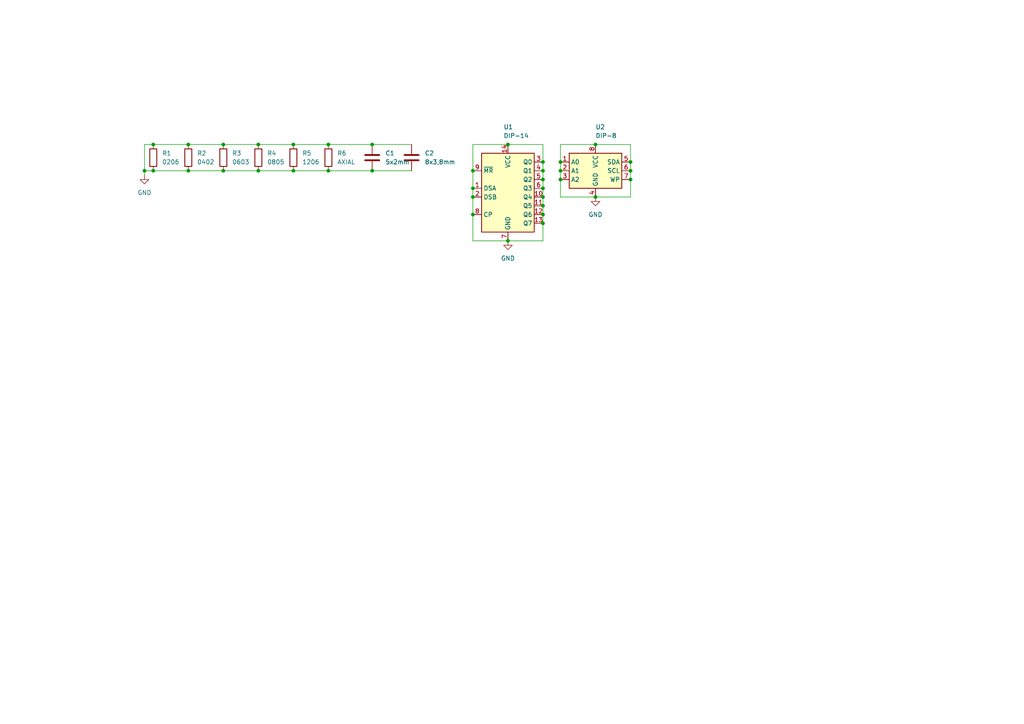
<source format=kicad_sch>
(kicad_sch (version 20211123) (generator eeschema)

  (uuid d0665533-cca1-4812-9654-d9d127753a9d)

  (paper "A4")

  (lib_symbols
    (symbol "74xx:74HC164" (in_bom yes) (on_board yes)
      (property "Reference" "U" (id 0) (at 1.905 -13.97 0)
        (effects (font (size 1.27 1.27)) (justify left))
      )
      (property "Value" "74HC164" (id 1) (at 1.905 -16.51 0)
        (effects (font (size 1.27 1.27)) (justify left))
      )
      (property "Footprint" "" (id 2) (at 22.86 -7.62 0)
        (effects (font (size 1.27 1.27)) hide)
      )
      (property "Datasheet" "https://assets.nexperia.com/documents/data-sheet/74HC_HCT164.pdf" (id 3) (at 22.86 -7.62 0)
        (effects (font (size 1.27 1.27)) hide)
      )
      (property "ki_keywords" "8-bit shift register" (id 4) (at 0 0 0)
        (effects (font (size 1.27 1.27)) hide)
      )
      (property "ki_description" "8-bit serial-in parallel-out shift register" (id 5) (at 0 0 0)
        (effects (font (size 1.27 1.27)) hide)
      )
      (property "ki_fp_filters" "SOIC*3.9x8.7*P1.27mm* ?SSOP*P0.65mm* DIP*W7.62mm*" (id 6) (at 0 0 0)
        (effects (font (size 1.27 1.27)) hide)
      )
      (symbol "74HC164_0_1"
        (rectangle (start 7.62 10.16) (end -7.62 -12.7)
          (stroke (width 0.254) (type default) (color 0 0 0 0))
          (fill (type background))
        )
      )
      (symbol "74HC164_1_1"
        (pin input line (at -10.16 0 0) (length 2.54)
          (name "DSA" (effects (font (size 1.27 1.27))))
          (number "1" (effects (font (size 1.27 1.27))))
        )
        (pin output line (at 10.16 -2.54 180) (length 2.54)
          (name "Q4" (effects (font (size 1.27 1.27))))
          (number "10" (effects (font (size 1.27 1.27))))
        )
        (pin output line (at 10.16 -5.08 180) (length 2.54)
          (name "Q5" (effects (font (size 1.27 1.27))))
          (number "11" (effects (font (size 1.27 1.27))))
        )
        (pin output line (at 10.16 -7.62 180) (length 2.54)
          (name "Q6" (effects (font (size 1.27 1.27))))
          (number "12" (effects (font (size 1.27 1.27))))
        )
        (pin output line (at 10.16 -10.16 180) (length 2.54)
          (name "Q7" (effects (font (size 1.27 1.27))))
          (number "13" (effects (font (size 1.27 1.27))))
        )
        (pin power_in line (at 0 12.7 270) (length 2.54)
          (name "VCC" (effects (font (size 1.27 1.27))))
          (number "14" (effects (font (size 1.27 1.27))))
        )
        (pin input line (at -10.16 -2.54 0) (length 2.54)
          (name "DSB" (effects (font (size 1.27 1.27))))
          (number "2" (effects (font (size 1.27 1.27))))
        )
        (pin output line (at 10.16 7.62 180) (length 2.54)
          (name "Q0" (effects (font (size 1.27 1.27))))
          (number "3" (effects (font (size 1.27 1.27))))
        )
        (pin output line (at 10.16 5.08 180) (length 2.54)
          (name "Q1" (effects (font (size 1.27 1.27))))
          (number "4" (effects (font (size 1.27 1.27))))
        )
        (pin output line (at 10.16 2.54 180) (length 2.54)
          (name "Q2" (effects (font (size 1.27 1.27))))
          (number "5" (effects (font (size 1.27 1.27))))
        )
        (pin output line (at 10.16 0 180) (length 2.54)
          (name "Q3" (effects (font (size 1.27 1.27))))
          (number "6" (effects (font (size 1.27 1.27))))
        )
        (pin power_in line (at 0 -15.24 90) (length 2.54)
          (name "GND" (effects (font (size 1.27 1.27))))
          (number "7" (effects (font (size 1.27 1.27))))
        )
        (pin input line (at -10.16 -7.62 0) (length 2.54)
          (name "CP" (effects (font (size 1.27 1.27))))
          (number "8" (effects (font (size 1.27 1.27))))
        )
        (pin input line (at -10.16 5.08 0) (length 2.54)
          (name "~{MR}" (effects (font (size 1.27 1.27))))
          (number "9" (effects (font (size 1.27 1.27))))
        )
      )
    )
    (symbol "Device:C" (pin_numbers hide) (pin_names (offset 0.254)) (in_bom yes) (on_board yes)
      (property "Reference" "C" (id 0) (at 0.635 2.54 0)
        (effects (font (size 1.27 1.27)) (justify left))
      )
      (property "Value" "C" (id 1) (at 0.635 -2.54 0)
        (effects (font (size 1.27 1.27)) (justify left))
      )
      (property "Footprint" "" (id 2) (at 0.9652 -3.81 0)
        (effects (font (size 1.27 1.27)) hide)
      )
      (property "Datasheet" "~" (id 3) (at 0 0 0)
        (effects (font (size 1.27 1.27)) hide)
      )
      (property "ki_keywords" "cap capacitor" (id 4) (at 0 0 0)
        (effects (font (size 1.27 1.27)) hide)
      )
      (property "ki_description" "Unpolarized capacitor" (id 5) (at 0 0 0)
        (effects (font (size 1.27 1.27)) hide)
      )
      (property "ki_fp_filters" "C_*" (id 6) (at 0 0 0)
        (effects (font (size 1.27 1.27)) hide)
      )
      (symbol "C_0_1"
        (polyline
          (pts
            (xy -2.032 -0.762)
            (xy 2.032 -0.762)
          )
          (stroke (width 0.508) (type default) (color 0 0 0 0))
          (fill (type none))
        )
        (polyline
          (pts
            (xy -2.032 0.762)
            (xy 2.032 0.762)
          )
          (stroke (width 0.508) (type default) (color 0 0 0 0))
          (fill (type none))
        )
      )
      (symbol "C_1_1"
        (pin passive line (at 0 3.81 270) (length 2.794)
          (name "~" (effects (font (size 1.27 1.27))))
          (number "1" (effects (font (size 1.27 1.27))))
        )
        (pin passive line (at 0 -3.81 90) (length 2.794)
          (name "~" (effects (font (size 1.27 1.27))))
          (number "2" (effects (font (size 1.27 1.27))))
        )
      )
    )
    (symbol "Device:R" (pin_numbers hide) (pin_names (offset 0)) (in_bom yes) (on_board yes)
      (property "Reference" "R" (id 0) (at 2.032 0 90)
        (effects (font (size 1.27 1.27)))
      )
      (property "Value" "R" (id 1) (at 0 0 90)
        (effects (font (size 1.27 1.27)))
      )
      (property "Footprint" "" (id 2) (at -1.778 0 90)
        (effects (font (size 1.27 1.27)) hide)
      )
      (property "Datasheet" "~" (id 3) (at 0 0 0)
        (effects (font (size 1.27 1.27)) hide)
      )
      (property "ki_keywords" "R res resistor" (id 4) (at 0 0 0)
        (effects (font (size 1.27 1.27)) hide)
      )
      (property "ki_description" "Resistor" (id 5) (at 0 0 0)
        (effects (font (size 1.27 1.27)) hide)
      )
      (property "ki_fp_filters" "R_*" (id 6) (at 0 0 0)
        (effects (font (size 1.27 1.27)) hide)
      )
      (symbol "R_0_1"
        (rectangle (start -1.016 -2.54) (end 1.016 2.54)
          (stroke (width 0.254) (type default) (color 0 0 0 0))
          (fill (type none))
        )
      )
      (symbol "R_1_1"
        (pin passive line (at 0 3.81 270) (length 1.27)
          (name "~" (effects (font (size 1.27 1.27))))
          (number "1" (effects (font (size 1.27 1.27))))
        )
        (pin passive line (at 0 -3.81 90) (length 1.27)
          (name "~" (effects (font (size 1.27 1.27))))
          (number "2" (effects (font (size 1.27 1.27))))
        )
      )
    )
    (symbol "Memory_EEPROM:24LC08" (in_bom yes) (on_board yes)
      (property "Reference" "U" (id 0) (at -6.35 6.35 0)
        (effects (font (size 1.27 1.27)))
      )
      (property "Value" "24LC08" (id 1) (at 1.27 6.35 0)
        (effects (font (size 1.27 1.27)) (justify left))
      )
      (property "Footprint" "" (id 2) (at 0 0 0)
        (effects (font (size 1.27 1.27)) hide)
      )
      (property "Datasheet" "http://ww1.microchip.com/downloads/en/DeviceDoc/21710J.pdf" (id 3) (at 0 0 0)
        (effects (font (size 1.27 1.27)) hide)
      )
      (property "ki_keywords" "I2C Serial EEPROM" (id 4) (at 0 0 0)
        (effects (font (size 1.27 1.27)) hide)
      )
      (property "ki_description" "I2C Serial EEPROM, 8Kb, DIP-8/SOIC-8/TSSOP-8/DFN-8" (id 5) (at 0 0 0)
        (effects (font (size 1.27 1.27)) hide)
      )
      (property "ki_fp_filters" "DIP*W7.62mm* SOIC*3.9x4.9mm* TSSOP*4.4x3mm*P0.65mm* DFN*3x2mm*P0.5mm*" (id 6) (at 0 0 0)
        (effects (font (size 1.27 1.27)) hide)
      )
      (symbol "24LC08_1_1"
        (rectangle (start -7.62 5.08) (end 7.62 -5.08)
          (stroke (width 0.254) (type default) (color 0 0 0 0))
          (fill (type background))
        )
        (pin input line (at -10.16 2.54 0) (length 2.54)
          (name "A0" (effects (font (size 1.27 1.27))))
          (number "1" (effects (font (size 1.27 1.27))))
        )
        (pin input line (at -10.16 0 0) (length 2.54)
          (name "A1" (effects (font (size 1.27 1.27))))
          (number "2" (effects (font (size 1.27 1.27))))
        )
        (pin input line (at -10.16 -2.54 0) (length 2.54)
          (name "A2" (effects (font (size 1.27 1.27))))
          (number "3" (effects (font (size 1.27 1.27))))
        )
        (pin power_in line (at 0 -7.62 90) (length 2.54)
          (name "GND" (effects (font (size 1.27 1.27))))
          (number "4" (effects (font (size 1.27 1.27))))
        )
        (pin bidirectional line (at 10.16 2.54 180) (length 2.54)
          (name "SDA" (effects (font (size 1.27 1.27))))
          (number "5" (effects (font (size 1.27 1.27))))
        )
        (pin input line (at 10.16 0 180) (length 2.54)
          (name "SCL" (effects (font (size 1.27 1.27))))
          (number "6" (effects (font (size 1.27 1.27))))
        )
        (pin input line (at 10.16 -2.54 180) (length 2.54)
          (name "WP" (effects (font (size 1.27 1.27))))
          (number "7" (effects (font (size 1.27 1.27))))
        )
        (pin power_in line (at 0 7.62 270) (length 2.54)
          (name "VCC" (effects (font (size 1.27 1.27))))
          (number "8" (effects (font (size 1.27 1.27))))
        )
      )
    )
    (symbol "power:GND" (power) (pin_names (offset 0)) (in_bom yes) (on_board yes)
      (property "Reference" "#PWR" (id 0) (at 0 -6.35 0)
        (effects (font (size 1.27 1.27)) hide)
      )
      (property "Value" "GND" (id 1) (at 0 -3.81 0)
        (effects (font (size 1.27 1.27)))
      )
      (property "Footprint" "" (id 2) (at 0 0 0)
        (effects (font (size 1.27 1.27)) hide)
      )
      (property "Datasheet" "" (id 3) (at 0 0 0)
        (effects (font (size 1.27 1.27)) hide)
      )
      (property "ki_keywords" "power-flag" (id 4) (at 0 0 0)
        (effects (font (size 1.27 1.27)) hide)
      )
      (property "ki_description" "Power symbol creates a global label with name \"GND\" , ground" (id 5) (at 0 0 0)
        (effects (font (size 1.27 1.27)) hide)
      )
      (symbol "GND_0_1"
        (polyline
          (pts
            (xy 0 0)
            (xy 0 -1.27)
            (xy 1.27 -1.27)
            (xy 0 -2.54)
            (xy -1.27 -1.27)
            (xy 0 -1.27)
          )
          (stroke (width 0) (type default) (color 0 0 0 0))
          (fill (type none))
        )
      )
      (symbol "GND_1_1"
        (pin power_in line (at 0 0 270) (length 0) hide
          (name "GND" (effects (font (size 1.27 1.27))))
          (number "1" (effects (font (size 1.27 1.27))))
        )
      )
    )
  )


  (junction (at 44.45 41.91) (diameter 0) (color 0 0 0 0)
    (uuid 0180c63c-df37-40cf-9422-2a3e67d28c6f)
  )
  (junction (at 137.16 57.15) (diameter 0) (color 0 0 0 0)
    (uuid 0babd62e-14c4-44ea-8a91-cb841ccd47ef)
  )
  (junction (at 157.48 52.07) (diameter 0) (color 0 0 0 0)
    (uuid 1fb0d3fa-9759-48b7-8c7b-3cc8861216c4)
  )
  (junction (at 172.72 41.91) (diameter 0) (color 0 0 0 0)
    (uuid 23785825-70e5-4734-b419-e8510a859a21)
  )
  (junction (at 157.48 57.15) (diameter 0) (color 0 0 0 0)
    (uuid 2ab71992-9a59-4f6e-926c-74e77bc704a5)
  )
  (junction (at 137.16 49.53) (diameter 0) (color 0 0 0 0)
    (uuid 2c9e1407-314f-488e-92c6-ed74dcf7363f)
  )
  (junction (at 162.56 46.99) (diameter 0) (color 0 0 0 0)
    (uuid 2d3c32cd-6fa2-4694-96dd-789c80852b69)
  )
  (junction (at 157.48 54.61) (diameter 0) (color 0 0 0 0)
    (uuid 33266179-05d8-4078-b633-1a23b3a4a012)
  )
  (junction (at 44.45 49.53) (diameter 0) (color 0 0 0 0)
    (uuid 34a424d4-c94b-4298-b787-81921236a17f)
  )
  (junction (at 41.91 49.53) (diameter 0) (color 0 0 0 0)
    (uuid 3db48930-cf88-49c8-a339-a837daf3ee95)
  )
  (junction (at 54.61 41.91) (diameter 0) (color 0 0 0 0)
    (uuid 3e510d37-6a7e-4a6f-9a0d-8cc18ffe2a6f)
  )
  (junction (at 137.16 62.23) (diameter 0) (color 0 0 0 0)
    (uuid 3ff26e3a-9679-41f1-89b2-907a0c60468c)
  )
  (junction (at 85.09 41.91) (diameter 0) (color 0 0 0 0)
    (uuid 40921632-aa41-4a41-93de-499b7dadec6c)
  )
  (junction (at 157.48 49.53) (diameter 0) (color 0 0 0 0)
    (uuid 4bd21acc-55f2-4248-85d3-5d8f854f7d9a)
  )
  (junction (at 54.61 49.53) (diameter 0) (color 0 0 0 0)
    (uuid 54240aba-67c4-410e-abd8-601b68c1b45e)
  )
  (junction (at 172.72 57.15) (diameter 0) (color 0 0 0 0)
    (uuid 61bf8b29-ace7-487f-a890-1f778fc59f74)
  )
  (junction (at 182.88 52.07) (diameter 0) (color 0 0 0 0)
    (uuid 70a544bd-e822-4523-9617-0e6d4d770332)
  )
  (junction (at 74.93 49.53) (diameter 0) (color 0 0 0 0)
    (uuid 7315ba94-ce01-4648-a18b-20193519c659)
  )
  (junction (at 157.48 64.77) (diameter 0) (color 0 0 0 0)
    (uuid 837c4711-186e-4581-8555-4b653214b252)
  )
  (junction (at 147.32 41.91) (diameter 0) (color 0 0 0 0)
    (uuid 8852e4b1-a535-459c-ab7f-d0eaec1b44cc)
  )
  (junction (at 157.48 46.99) (diameter 0) (color 0 0 0 0)
    (uuid 902aff6b-4c14-40e4-8457-8d5eb77649e1)
  )
  (junction (at 162.56 49.53) (diameter 0) (color 0 0 0 0)
    (uuid 9499d3fa-d20a-4831-9ef4-ce95f4b38960)
  )
  (junction (at 85.09 49.53) (diameter 0) (color 0 0 0 0)
    (uuid 9a598f45-2ce9-4f07-886f-207a243cda3e)
  )
  (junction (at 137.16 54.61) (diameter 0) (color 0 0 0 0)
    (uuid a05a50c8-5b93-4655-9759-2b64b9b40732)
  )
  (junction (at 64.77 49.53) (diameter 0) (color 0 0 0 0)
    (uuid a28bc159-d146-4a99-91e7-1a6a10a4d0bd)
  )
  (junction (at 107.95 41.91) (diameter 0) (color 0 0 0 0)
    (uuid a3e54374-347d-4fa7-9908-b689a049820a)
  )
  (junction (at 182.88 46.99) (diameter 0) (color 0 0 0 0)
    (uuid aa10e1b9-6281-41ea-b151-445e457ca601)
  )
  (junction (at 162.56 52.07) (diameter 0) (color 0 0 0 0)
    (uuid bb98a297-19ab-4e47-a899-31436bce03d2)
  )
  (junction (at 182.88 49.53) (diameter 0) (color 0 0 0 0)
    (uuid c27c4b1c-648e-4a0e-8c80-e76c714d6540)
  )
  (junction (at 157.48 59.69) (diameter 0) (color 0 0 0 0)
    (uuid c50f66c3-8fa6-4788-bdd5-f51d9c9224bb)
  )
  (junction (at 95.25 41.91) (diameter 0) (color 0 0 0 0)
    (uuid d03876ec-7c16-4cca-b56e-e12d5bfe1b6c)
  )
  (junction (at 157.48 62.23) (diameter 0) (color 0 0 0 0)
    (uuid d31bce69-b777-4174-a957-7493bcc22971)
  )
  (junction (at 95.25 49.53) (diameter 0) (color 0 0 0 0)
    (uuid d84520e1-776f-406a-99b7-b0ade7d5e296)
  )
  (junction (at 107.95 49.53) (diameter 0) (color 0 0 0 0)
    (uuid e92911ed-f186-4766-a886-ac6c703a5334)
  )
  (junction (at 64.77 41.91) (diameter 0) (color 0 0 0 0)
    (uuid ed0bffa4-5c28-436f-afee-86e77ea3f241)
  )
  (junction (at 147.32 69.85) (diameter 0) (color 0 0 0 0)
    (uuid f80ae8c5-768d-43ae-9535-f09221c96561)
  )
  (junction (at 74.93 41.91) (diameter 0) (color 0 0 0 0)
    (uuid fb822881-0421-4acb-98cd-945512b0cdaf)
  )

  (wire (pts (xy 85.09 41.91) (xy 95.25 41.91))
    (stroke (width 0) (type default) (color 0 0 0 0))
    (uuid 0e214ac1-8160-4cf8-b955-5a2f05d92976)
  )
  (wire (pts (xy 95.25 41.91) (xy 107.95 41.91))
    (stroke (width 0) (type default) (color 0 0 0 0))
    (uuid 111bac26-ef6a-41ca-8629-35079575455c)
  )
  (wire (pts (xy 172.72 57.15) (xy 182.88 57.15))
    (stroke (width 0) (type default) (color 0 0 0 0))
    (uuid 1c07f3ad-bffb-4de9-a27c-0187caa70247)
  )
  (wire (pts (xy 74.93 49.53) (xy 85.09 49.53))
    (stroke (width 0) (type default) (color 0 0 0 0))
    (uuid 310004bb-8f8d-4025-84b1-6d3c5c876c5c)
  )
  (wire (pts (xy 157.48 49.53) (xy 157.48 52.07))
    (stroke (width 0) (type default) (color 0 0 0 0))
    (uuid 32def4e4-2ce9-49f1-9de3-75a6602e1be4)
  )
  (wire (pts (xy 54.61 41.91) (xy 64.77 41.91))
    (stroke (width 0) (type default) (color 0 0 0 0))
    (uuid 32f91d63-91f4-429c-aa45-83ffd6a29161)
  )
  (wire (pts (xy 182.88 52.07) (xy 182.88 49.53))
    (stroke (width 0) (type default) (color 0 0 0 0))
    (uuid 35d9d46a-4109-40b2-b915-9d8da19ace4f)
  )
  (wire (pts (xy 157.48 64.77) (xy 157.48 69.85))
    (stroke (width 0) (type default) (color 0 0 0 0))
    (uuid 36d93feb-3f5b-4cf4-88a8-abab4c6654b3)
  )
  (wire (pts (xy 182.88 41.91) (xy 172.72 41.91))
    (stroke (width 0) (type default) (color 0 0 0 0))
    (uuid 3b565176-d857-4c77-9dcd-cb88cdf5d85c)
  )
  (wire (pts (xy 107.95 41.91) (xy 119.38 41.91))
    (stroke (width 0) (type default) (color 0 0 0 0))
    (uuid 3d5c375d-8e0a-4fec-96ae-9e34e3673a1d)
  )
  (wire (pts (xy 157.48 69.85) (xy 147.32 69.85))
    (stroke (width 0) (type default) (color 0 0 0 0))
    (uuid 3eec5c13-58ca-45c7-9275-7491528f93b6)
  )
  (wire (pts (xy 137.16 54.61) (xy 137.16 57.15))
    (stroke (width 0) (type default) (color 0 0 0 0))
    (uuid 45fa3595-3010-40b7-9cd8-5c0aa7d3540e)
  )
  (wire (pts (xy 137.16 57.15) (xy 137.16 62.23))
    (stroke (width 0) (type default) (color 0 0 0 0))
    (uuid 467fd517-5f69-4921-8824-7fe2771aae23)
  )
  (wire (pts (xy 162.56 46.99) (xy 162.56 49.53))
    (stroke (width 0) (type default) (color 0 0 0 0))
    (uuid 47b637cb-e0a5-4122-ae5f-7b0491408977)
  )
  (wire (pts (xy 182.88 49.53) (xy 182.88 46.99))
    (stroke (width 0) (type default) (color 0 0 0 0))
    (uuid 5034de53-b144-4f80-98ce-87c2318dd2e3)
  )
  (wire (pts (xy 182.88 57.15) (xy 182.88 52.07))
    (stroke (width 0) (type default) (color 0 0 0 0))
    (uuid 612e18fd-3d04-488f-83a4-1f9d9b222a0c)
  )
  (wire (pts (xy 182.88 46.99) (xy 182.88 41.91))
    (stroke (width 0) (type default) (color 0 0 0 0))
    (uuid 66621b6a-eec5-44b3-86fa-7cf00fa2f371)
  )
  (wire (pts (xy 64.77 49.53) (xy 74.93 49.53))
    (stroke (width 0) (type default) (color 0 0 0 0))
    (uuid 6ba0981b-bea3-4437-9b82-c156705e1299)
  )
  (wire (pts (xy 147.32 41.91) (xy 137.16 41.91))
    (stroke (width 0) (type default) (color 0 0 0 0))
    (uuid 6d8c7348-089a-455f-871d-6e1b75ec2077)
  )
  (wire (pts (xy 54.61 49.53) (xy 64.77 49.53))
    (stroke (width 0) (type default) (color 0 0 0 0))
    (uuid 6ddba7fb-001a-491e-9118-49c991d341d3)
  )
  (wire (pts (xy 64.77 41.91) (xy 74.93 41.91))
    (stroke (width 0) (type default) (color 0 0 0 0))
    (uuid 7211b97b-4531-4e64-85e5-b9cc9bf1e83f)
  )
  (wire (pts (xy 137.16 41.91) (xy 137.16 49.53))
    (stroke (width 0) (type default) (color 0 0 0 0))
    (uuid 74e8cc9f-676f-40cf-969f-bb3a3f4a2442)
  )
  (wire (pts (xy 157.48 52.07) (xy 157.48 54.61))
    (stroke (width 0) (type default) (color 0 0 0 0))
    (uuid 7acf44c0-3b4c-4f2a-89e0-57646577cf3c)
  )
  (wire (pts (xy 137.16 49.53) (xy 137.16 54.61))
    (stroke (width 0) (type default) (color 0 0 0 0))
    (uuid 84e8a1a9-25be-40c6-b9ba-5e3f9884b04a)
  )
  (wire (pts (xy 147.32 69.85) (xy 137.16 69.85))
    (stroke (width 0) (type default) (color 0 0 0 0))
    (uuid 8bff27b0-21f4-403e-bdef-6f5a19dabeb9)
  )
  (wire (pts (xy 162.56 52.07) (xy 162.56 57.15))
    (stroke (width 0) (type default) (color 0 0 0 0))
    (uuid 8f68071e-c473-4d60-9927-b377c29de8b3)
  )
  (wire (pts (xy 44.45 41.91) (xy 54.61 41.91))
    (stroke (width 0) (type default) (color 0 0 0 0))
    (uuid 9b788851-b207-4076-94eb-4d53741c6f5f)
  )
  (wire (pts (xy 41.91 41.91) (xy 41.91 49.53))
    (stroke (width 0) (type default) (color 0 0 0 0))
    (uuid a653d9c0-85ae-4e41-a51d-65dc0515bf0b)
  )
  (wire (pts (xy 147.32 41.91) (xy 157.48 41.91))
    (stroke (width 0) (type default) (color 0 0 0 0))
    (uuid a789710f-cdc4-402a-aaa2-e961e309522b)
  )
  (wire (pts (xy 162.56 41.91) (xy 162.56 46.99))
    (stroke (width 0) (type default) (color 0 0 0 0))
    (uuid abcb1812-14a5-4612-be18-7c9b5edea068)
  )
  (wire (pts (xy 157.48 54.61) (xy 157.48 57.15))
    (stroke (width 0) (type default) (color 0 0 0 0))
    (uuid b7b2702c-e760-414f-9f2f-5ae0fd8713a0)
  )
  (wire (pts (xy 137.16 69.85) (xy 137.16 62.23))
    (stroke (width 0) (type default) (color 0 0 0 0))
    (uuid ba2e2e87-2254-45be-aad7-37f22ab3ba41)
  )
  (wire (pts (xy 157.48 59.69) (xy 157.48 62.23))
    (stroke (width 0) (type default) (color 0 0 0 0))
    (uuid bf0d1cd3-6a5c-484f-95b6-e52ec0e53c56)
  )
  (wire (pts (xy 44.45 49.53) (xy 54.61 49.53))
    (stroke (width 0) (type default) (color 0 0 0 0))
    (uuid ca72dd4d-56ab-4b57-a4d1-79b1d35bf0b8)
  )
  (wire (pts (xy 157.48 46.99) (xy 157.48 49.53))
    (stroke (width 0) (type default) (color 0 0 0 0))
    (uuid ca95a345-f6d7-4798-8b1e-da9f59944ab6)
  )
  (wire (pts (xy 162.56 49.53) (xy 162.56 52.07))
    (stroke (width 0) (type default) (color 0 0 0 0))
    (uuid d4f4c080-11e8-4000-9d1b-e5a2180c28d3)
  )
  (wire (pts (xy 162.56 57.15) (xy 172.72 57.15))
    (stroke (width 0) (type default) (color 0 0 0 0))
    (uuid d5632338-251d-47db-93b6-0911dccfe04e)
  )
  (wire (pts (xy 44.45 41.91) (xy 41.91 41.91))
    (stroke (width 0) (type default) (color 0 0 0 0))
    (uuid d69c9ab0-e63f-4200-ad6d-4342a0acce65)
  )
  (wire (pts (xy 107.95 49.53) (xy 119.38 49.53))
    (stroke (width 0) (type default) (color 0 0 0 0))
    (uuid d7a213d1-0f77-4360-bce5-79c8d0570c90)
  )
  (wire (pts (xy 41.91 49.53) (xy 41.91 50.8))
    (stroke (width 0) (type default) (color 0 0 0 0))
    (uuid da16ee36-761e-4b09-ac12-258fdf6542cf)
  )
  (wire (pts (xy 85.09 49.53) (xy 95.25 49.53))
    (stroke (width 0) (type default) (color 0 0 0 0))
    (uuid dbf7b653-1813-4770-9ff9-480a40d2a998)
  )
  (wire (pts (xy 157.48 57.15) (xy 157.48 59.69))
    (stroke (width 0) (type default) (color 0 0 0 0))
    (uuid dfcc275d-5307-4df2-a10a-87edbafe0cc9)
  )
  (wire (pts (xy 74.93 41.91) (xy 85.09 41.91))
    (stroke (width 0) (type default) (color 0 0 0 0))
    (uuid e0acd785-f3ba-42ff-8051-1cacbbd4ea98)
  )
  (wire (pts (xy 95.25 49.53) (xy 107.95 49.53))
    (stroke (width 0) (type default) (color 0 0 0 0))
    (uuid e16b13ef-43e7-4f7c-879b-e486e57ea493)
  )
  (wire (pts (xy 157.48 41.91) (xy 157.48 46.99))
    (stroke (width 0) (type default) (color 0 0 0 0))
    (uuid e449db45-caf9-43f8-ae60-5e3cbd99fb49)
  )
  (wire (pts (xy 157.48 62.23) (xy 157.48 64.77))
    (stroke (width 0) (type default) (color 0 0 0 0))
    (uuid e8bdafdf-44f3-441a-9c91-2f13b350f8b8)
  )
  (wire (pts (xy 41.91 49.53) (xy 44.45 49.53))
    (stroke (width 0) (type default) (color 0 0 0 0))
    (uuid eeb48736-53ea-4914-8eef-52cb4ca48be0)
  )
  (wire (pts (xy 172.72 41.91) (xy 162.56 41.91))
    (stroke (width 0) (type default) (color 0 0 0 0))
    (uuid fb85a566-e692-4550-8083-e91633caac47)
  )

  (symbol (lib_id "Device:R") (at 85.09 45.72 0) (unit 1)
    (in_bom yes) (on_board yes) (fields_autoplaced)
    (uuid 148d176f-694e-4f86-a773-7565442fe0e1)
    (property "Reference" "R5" (id 0) (at 87.63 44.4499 0)
      (effects (font (size 1.27 1.27)) (justify left))
    )
    (property "Value" "1206" (id 1) (at 87.63 46.9899 0)
      (effects (font (size 1.27 1.27)) (justify left))
    )
    (property "Footprint" "Resistor_SMD:R_1206_3216Metric" (id 2) (at 83.312 45.72 90)
      (effects (font (size 1.27 1.27)) hide)
    )
    (property "Datasheet" "~" (id 3) (at 85.09 45.72 0)
      (effects (font (size 1.27 1.27)) hide)
    )
    (pin "1" (uuid 3883e59b-0e3e-48cc-adba-7561f21876a9))
    (pin "2" (uuid 6600abfd-ce9d-4e39-bd57-72a9d5e5967a))
  )

  (symbol (lib_id "power:GND") (at 172.72 57.15 0) (unit 1)
    (in_bom yes) (on_board yes) (fields_autoplaced)
    (uuid 30f88a87-f136-4cb6-8e19-033c26c8f256)
    (property "Reference" "#PWR0103" (id 0) (at 172.72 63.5 0)
      (effects (font (size 1.27 1.27)) hide)
    )
    (property "Value" "GND" (id 1) (at 172.72 62.23 0))
    (property "Footprint" "" (id 2) (at 172.72 57.15 0)
      (effects (font (size 1.27 1.27)) hide)
    )
    (property "Datasheet" "" (id 3) (at 172.72 57.15 0)
      (effects (font (size 1.27 1.27)) hide)
    )
    (pin "1" (uuid 919637cf-3ce5-489e-aea4-31d9aca94cee))
  )

  (symbol (lib_id "74xx:74HC164") (at 147.32 54.61 0) (unit 1)
    (in_bom yes) (on_board yes)
    (uuid 5dd55ff3-c785-40a8-af99-6164e88516fd)
    (property "Reference" "U1" (id 0) (at 146.05 36.83 0)
      (effects (font (size 1.27 1.27)) (justify left))
    )
    (property "Value" "DIP-14" (id 1) (at 146.05 39.37 0)
      (effects (font (size 1.27 1.27)) (justify left))
    )
    (property "Footprint" "Package_DIP:DIP-14_W7.62mm_LongPads" (id 2) (at 170.18 62.23 0)
      (effects (font (size 1.27 1.27)) hide)
    )
    (property "Datasheet" "https://assets.nexperia.com/documents/data-sheet/74HC_HCT164.pdf" (id 3) (at 170.18 62.23 0)
      (effects (font (size 1.27 1.27)) hide)
    )
    (pin "1" (uuid 5923506d-34a7-4261-a695-28d34ae86f6c))
    (pin "10" (uuid 177708cb-f3c8-47f2-bac1-c0832a7d2a9a))
    (pin "11" (uuid 63643d38-d359-4031-a8a1-2f55a3370578))
    (pin "12" (uuid 0f18a6d7-a01c-4610-9b94-5c86160ec611))
    (pin "13" (uuid 04d93440-3d43-4e9f-aa61-91651e2c2982))
    (pin "14" (uuid 207c9921-299e-48c2-8092-3ad113cbd642))
    (pin "2" (uuid 13d8f82b-7599-46bc-b408-4d5fd2669a37))
    (pin "3" (uuid c9b3abad-b607-48a6-86e1-bd99543419e2))
    (pin "4" (uuid 4ce1dc81-b8b5-45e1-b3d7-ff0be2ea7de3))
    (pin "5" (uuid 3a353cea-b3cd-45d8-8fc8-53a0bcc555be))
    (pin "6" (uuid d3432ef8-218b-4e0b-8d12-166800cbacad))
    (pin "7" (uuid f61bf87c-d049-463f-92f6-a9bdbf188287))
    (pin "8" (uuid c5e9d1eb-837f-4458-b9c7-d0122cf4b67d))
    (pin "9" (uuid 60adb49c-190c-4544-8f6a-f892877f8321))
  )

  (symbol (lib_id "Device:R") (at 64.77 45.72 0) (unit 1)
    (in_bom yes) (on_board yes) (fields_autoplaced)
    (uuid 6f3af46d-ebed-4692-8e90-eb8ca3b2b31a)
    (property "Reference" "R3" (id 0) (at 67.31 44.4499 0)
      (effects (font (size 1.27 1.27)) (justify left))
    )
    (property "Value" "0603" (id 1) (at 67.31 46.9899 0)
      (effects (font (size 1.27 1.27)) (justify left))
    )
    (property "Footprint" "Resistor_SMD:R_0603_1608Metric" (id 2) (at 62.992 45.72 90)
      (effects (font (size 1.27 1.27)) hide)
    )
    (property "Datasheet" "~" (id 3) (at 64.77 45.72 0)
      (effects (font (size 1.27 1.27)) hide)
    )
    (pin "1" (uuid 0825418d-a53c-448d-814c-d4f05436cd9d))
    (pin "2" (uuid f6b66a6e-1970-4349-802c-b6bff4903011))
  )

  (symbol (lib_id "power:GND") (at 41.91 50.8 0) (unit 1)
    (in_bom yes) (on_board yes) (fields_autoplaced)
    (uuid 747890b4-9c88-4ec6-a748-12af11777681)
    (property "Reference" "#PWR0101" (id 0) (at 41.91 57.15 0)
      (effects (font (size 1.27 1.27)) hide)
    )
    (property "Value" "GND" (id 1) (at 41.91 55.88 0))
    (property "Footprint" "" (id 2) (at 41.91 50.8 0)
      (effects (font (size 1.27 1.27)) hide)
    )
    (property "Datasheet" "" (id 3) (at 41.91 50.8 0)
      (effects (font (size 1.27 1.27)) hide)
    )
    (pin "1" (uuid b48c33fa-abe4-4467-915c-21739b95b754))
  )

  (symbol (lib_id "power:GND") (at 147.32 69.85 0) (unit 1)
    (in_bom yes) (on_board yes) (fields_autoplaced)
    (uuid 8d96a4bf-8cd1-41bb-aeef-7da804d873fb)
    (property "Reference" "#PWR0102" (id 0) (at 147.32 76.2 0)
      (effects (font (size 1.27 1.27)) hide)
    )
    (property "Value" "GND" (id 1) (at 147.32 74.93 0))
    (property "Footprint" "" (id 2) (at 147.32 69.85 0)
      (effects (font (size 1.27 1.27)) hide)
    )
    (property "Datasheet" "" (id 3) (at 147.32 69.85 0)
      (effects (font (size 1.27 1.27)) hide)
    )
    (pin "1" (uuid 971aaf65-302b-4607-add4-0c59cfe7a131))
  )

  (symbol (lib_id "Memory_EEPROM:24LC08") (at 172.72 49.53 0) (unit 1)
    (in_bom yes) (on_board yes)
    (uuid 8f495980-7a3d-424b-8803-a7da82456368)
    (property "Reference" "U2" (id 0) (at 172.72 36.83 0)
      (effects (font (size 1.27 1.27)) (justify left))
    )
    (property "Value" "DIP-8" (id 1) (at 172.72 39.37 0)
      (effects (font (size 1.27 1.27)) (justify left))
    )
    (property "Footprint" "Package_DIP:DIP-8_W7.62mm_LongPads" (id 2) (at 172.72 49.53 0)
      (effects (font (size 1.27 1.27)) hide)
    )
    (property "Datasheet" "http://ww1.microchip.com/downloads/en/DeviceDoc/21710J.pdf" (id 3) (at 172.72 49.53 0)
      (effects (font (size 1.27 1.27)) hide)
    )
    (pin "1" (uuid e1b9704f-667e-4d34-83d4-31f3558081f8))
    (pin "2" (uuid 27b76f0c-db27-4bc7-9bb5-5fc35e95c14a))
    (pin "3" (uuid 66029eee-1c43-458a-a2ba-edf90615d428))
    (pin "4" (uuid b2ec33d1-5db3-41e9-86b1-4f3bcf0c7ee9))
    (pin "5" (uuid 417b6250-e213-4d86-ae1f-1543133deaf3))
    (pin "6" (uuid 6af8d10c-ecd8-4a8b-ae8c-b4e2f28e97d5))
    (pin "7" (uuid 5e057162-6e38-42ae-9d78-734c435be492))
    (pin "8" (uuid e2920890-38e2-4050-8fbb-beea2d13e3bd))
  )

  (symbol (lib_id "Device:R") (at 54.61 45.72 0) (unit 1)
    (in_bom yes) (on_board yes) (fields_autoplaced)
    (uuid a84262e0-2734-4430-850d-b853ab661b1d)
    (property "Reference" "R2" (id 0) (at 57.15 44.4499 0)
      (effects (font (size 1.27 1.27)) (justify left))
    )
    (property "Value" "0402" (id 1) (at 57.15 46.9899 0)
      (effects (font (size 1.27 1.27)) (justify left))
    )
    (property "Footprint" "Resistor_SMD:R_0402_1005Metric" (id 2) (at 52.832 45.72 90)
      (effects (font (size 1.27 1.27)) hide)
    )
    (property "Datasheet" "~" (id 3) (at 54.61 45.72 0)
      (effects (font (size 1.27 1.27)) hide)
    )
    (pin "1" (uuid ba468458-6320-488b-bd3a-3f251c0dcaf4))
    (pin "2" (uuid c614babb-b104-4527-a1db-34c2e7d03f0a))
  )

  (symbol (lib_id "Device:C") (at 107.95 45.72 0) (unit 1)
    (in_bom yes) (on_board yes) (fields_autoplaced)
    (uuid ce4705e0-ecb4-4078-bd05-98ff5034f8a9)
    (property "Reference" "C1" (id 0) (at 111.76 44.4499 0)
      (effects (font (size 1.27 1.27)) (justify left))
    )
    (property "Value" "5x2mm" (id 1) (at 111.76 46.9899 0)
      (effects (font (size 1.27 1.27)) (justify left))
    )
    (property "Footprint" "Capacitor_THT:CP_Radial_D5.0mm_P2.00mm" (id 2) (at 108.9152 49.53 0)
      (effects (font (size 1.27 1.27)) hide)
    )
    (property "Datasheet" "~" (id 3) (at 107.95 45.72 0)
      (effects (font (size 1.27 1.27)) hide)
    )
    (pin "1" (uuid 5924996c-175f-4621-b217-a4408be14634))
    (pin "2" (uuid 13d4f79d-1574-45b4-a1ca-42cb556bd460))
  )

  (symbol (lib_id "Device:R") (at 95.25 45.72 0) (unit 1)
    (in_bom yes) (on_board yes) (fields_autoplaced)
    (uuid d964fd3d-ba74-4fdc-b76f-8b3bcfdca87d)
    (property "Reference" "R6" (id 0) (at 97.79 44.4499 0)
      (effects (font (size 1.27 1.27)) (justify left))
    )
    (property "Value" "AXIAL" (id 1) (at 97.79 46.9899 0)
      (effects (font (size 1.27 1.27)) (justify left))
    )
    (property "Footprint" "Resistor_THT:R_Axial_DIN0207_L6.3mm_D2.5mm_P10.16mm_Horizontal" (id 2) (at 93.472 45.72 90)
      (effects (font (size 1.27 1.27)) hide)
    )
    (property "Datasheet" "~" (id 3) (at 95.25 45.72 0)
      (effects (font (size 1.27 1.27)) hide)
    )
    (pin "1" (uuid d8a08368-91e4-423b-8ad5-ffc96643a6c3))
    (pin "2" (uuid fbe15f34-2886-4bf6-89c0-2e1fa2089caa))
  )

  (symbol (lib_id "Device:R") (at 44.45 45.72 0) (unit 1)
    (in_bom yes) (on_board yes) (fields_autoplaced)
    (uuid e4fc7448-bfc4-4491-9f7f-6e53b90195c5)
    (property "Reference" "R1" (id 0) (at 46.99 44.4499 0)
      (effects (font (size 1.27 1.27)) (justify left))
    )
    (property "Value" "0206" (id 1) (at 46.99 46.9899 0)
      (effects (font (size 1.27 1.27)) (justify left))
    )
    (property "Footprint" "" (id 2) (at 42.672 45.72 90)
      (effects (font (size 1.27 1.27)) hide)
    )
    (property "Datasheet" "~" (id 3) (at 44.45 45.72 0)
      (effects (font (size 1.27 1.27)) hide)
    )
    (pin "1" (uuid 66f9ebc9-8388-4c73-bb73-c4007b222f45))
    (pin "2" (uuid 23675575-b449-41c3-a87e-e735dc001091))
  )

  (symbol (lib_id "Device:C") (at 119.38 45.72 0) (unit 1)
    (in_bom yes) (on_board yes) (fields_autoplaced)
    (uuid ee6a9d40-46f3-478c-a854-2d3c8a2aa4e3)
    (property "Reference" "C2" (id 0) (at 123.19 44.4499 0)
      (effects (font (size 1.27 1.27)) (justify left))
    )
    (property "Value" "8x3,8mm" (id 1) (at 123.19 46.9899 0)
      (effects (font (size 1.27 1.27)) (justify left))
    )
    (property "Footprint" "Capacitor_THT:CP_Radial_D8.0mm_P3.80mm" (id 2) (at 120.3452 49.53 0)
      (effects (font (size 1.27 1.27)) hide)
    )
    (property "Datasheet" "~" (id 3) (at 119.38 45.72 0)
      (effects (font (size 1.27 1.27)) hide)
    )
    (pin "1" (uuid 20cca4dc-5a51-47bb-9330-d80c8a461697))
    (pin "2" (uuid 58f4207a-7a43-4d73-b640-04a1d7fc21dc))
  )

  (symbol (lib_id "Device:R") (at 74.93 45.72 0) (unit 1)
    (in_bom yes) (on_board yes)
    (uuid fe498ed6-3299-45e4-af2d-d603517f9099)
    (property "Reference" "R4" (id 0) (at 77.47 44.4499 0)
      (effects (font (size 1.27 1.27)) (justify left))
    )
    (property "Value" "0805" (id 1) (at 77.47 46.9899 0)
      (effects (font (size 1.27 1.27)) (justify left))
    )
    (property "Footprint" "Resistor_SMD:R_0805_2012Metric" (id 2) (at 73.152 45.72 90)
      (effects (font (size 1.27 1.27)) hide)
    )
    (property "Datasheet" "~" (id 3) (at 74.93 45.72 0)
      (effects (font (size 1.27 1.27)) hide)
    )
    (pin "1" (uuid 8fa4c333-5c3e-40b6-96db-9c15c368cfd7))
    (pin "2" (uuid 1bd18989-53b3-4916-9ef6-28ce3d15dc32))
  )

  (sheet_instances
    (path "/" (page "1"))
  )

  (symbol_instances
    (path "/747890b4-9c88-4ec6-a748-12af11777681"
      (reference "#PWR0101") (unit 1) (value "GND") (footprint "")
    )
    (path "/8d96a4bf-8cd1-41bb-aeef-7da804d873fb"
      (reference "#PWR0102") (unit 1) (value "GND") (footprint "")
    )
    (path "/30f88a87-f136-4cb6-8e19-033c26c8f256"
      (reference "#PWR0103") (unit 1) (value "GND") (footprint "")
    )
    (path "/ce4705e0-ecb4-4078-bd05-98ff5034f8a9"
      (reference "C1") (unit 1) (value "5x2mm") (footprint "Capacitor_THT:CP_Radial_D5.0mm_P2.00mm")
    )
    (path "/ee6a9d40-46f3-478c-a854-2d3c8a2aa4e3"
      (reference "C2") (unit 1) (value "8x3,8mm") (footprint "Capacitor_THT:CP_Radial_D8.0mm_P3.80mm")
    )
    (path "/e4fc7448-bfc4-4491-9f7f-6e53b90195c5"
      (reference "R1") (unit 1) (value "0206") (footprint "Resistor_SMD:R_0201_0603Metric")
    )
    (path "/a84262e0-2734-4430-850d-b853ab661b1d"
      (reference "R2") (unit 1) (value "0402") (footprint "Resistor_SMD:R_0402_1005Metric")
    )
    (path "/6f3af46d-ebed-4692-8e90-eb8ca3b2b31a"
      (reference "R3") (unit 1) (value "0603") (footprint "Resistor_SMD:R_0603_1608Metric")
    )
    (path "/fe498ed6-3299-45e4-af2d-d603517f9099"
      (reference "R4") (unit 1) (value "0805") (footprint "Resistor_SMD:R_0805_2012Metric")
    )
    (path "/148d176f-694e-4f86-a773-7565442fe0e1"
      (reference "R5") (unit 1) (value "1206") (footprint "Resistor_SMD:R_1206_3216Metric")
    )
    (path "/d964fd3d-ba74-4fdc-b76f-8b3bcfdca87d"
      (reference "R6") (unit 1) (value "AXIAL") (footprint "Resistor_THT:R_Axial_DIN0207_L6.3mm_D2.5mm_P10.16mm_Horizontal")
    )
    (path "/5dd55ff3-c785-40a8-af99-6164e88516fd"
      (reference "U1") (unit 1) (value "DIP-14") (footprint "Package_DIP:DIP-14_W7.62mm_LongPads")
    )
    (path "/8f495980-7a3d-424b-8803-a7da82456368"
      (reference "U2") (unit 1) (value "DIP-8") (footprint "Package_DIP:DIP-8_W7.62mm_LongPads")
    )
  )
)

</source>
